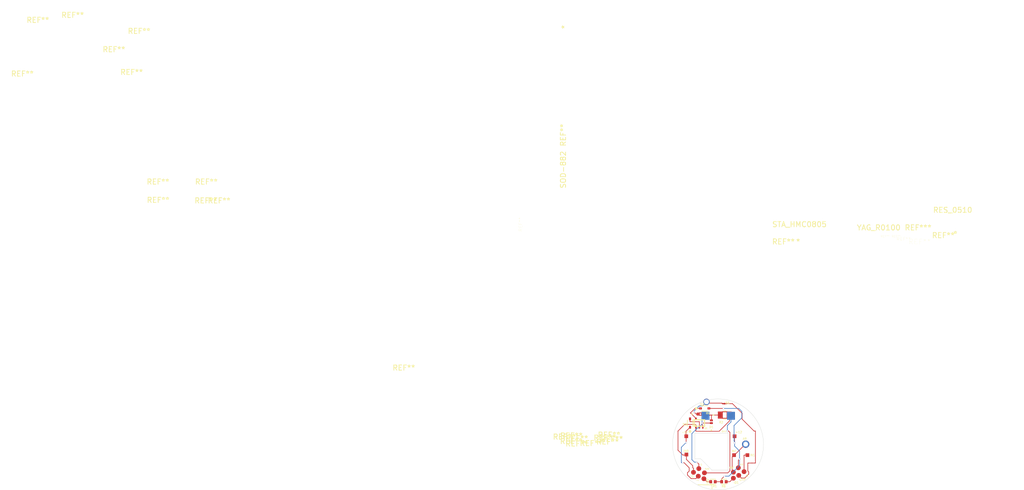
<source format=kicad_pcb>
(kicad_pcb (version 20171130) (host pcbnew "(5.1.5)-3")

  (general
    (thickness 1.6)
    (drawings 35)
    (tracks 152)
    (zones 0)
    (modules 31)
    (nets 1)
  )

  (page A4)
  (layers
    (0 F.Cu signal)
    (31 B.Cu signal)
    (32 B.Adhes user)
    (33 F.Adhes user)
    (34 B.Paste user)
    (35 F.Paste user)
    (36 B.SilkS user)
    (37 F.SilkS user)
    (38 B.Mask user)
    (39 F.Mask user)
    (40 Dwgs.User user)
    (41 Cmts.User user)
    (42 Eco1.User user)
    (43 Eco2.User user)
    (44 Edge.Cuts user)
    (45 Margin user)
    (46 B.CrtYd user)
    (47 F.CrtYd user)
    (48 B.Fab user)
    (49 F.Fab user)
  )

  (setup
    (last_trace_width 0.25)
    (trace_clearance 0.2)
    (zone_clearance 0.508)
    (zone_45_only no)
    (trace_min 0.2)
    (via_size 0.8)
    (via_drill 0.4)
    (via_min_size 0.4)
    (via_min_drill 0.3)
    (uvia_size 0.3)
    (uvia_drill 0.1)
    (uvias_allowed no)
    (uvia_min_size 0.2)
    (uvia_min_drill 0.1)
    (edge_width 0.05)
    (segment_width 0.2)
    (pcb_text_width 0.3)
    (pcb_text_size 1.5 1.5)
    (mod_edge_width 0.12)
    (mod_text_size 1 1)
    (mod_text_width 0.15)
    (pad_size 0.9 0.9)
    (pad_drill 0.9)
    (pad_to_mask_clearance 0.051)
    (solder_mask_min_width 0.25)
    (aux_axis_origin 0 0)
    (grid_origin 150.114 108.726)
    (visible_elements 7FFFFFFF)
    (pcbplotparams
      (layerselection 0x010fc_ffffffff)
      (usegerberextensions false)
      (usegerberattributes false)
      (usegerberadvancedattributes false)
      (creategerberjobfile false)
      (excludeedgelayer true)
      (linewidth 0.100000)
      (plotframeref false)
      (viasonmask false)
      (mode 1)
      (useauxorigin false)
      (hpglpennumber 1)
      (hpglpenspeed 20)
      (hpglpendiameter 15.000000)
      (psnegative false)
      (psa4output false)
      (plotreference true)
      (plotvalue true)
      (plotinvisibletext false)
      (padsonsilk false)
      (subtractmaskfromsilk false)
      (outputformat 1)
      (mirror false)
      (drillshape 1)
      (scaleselection 1)
      (outputdirectory ""))
  )

  (net 0 "")

  (net_class Default "This is the default net class."
    (clearance 0.2)
    (trace_width 0.25)
    (via_dia 0.8)
    (via_drill 0.4)
    (uvia_dia 0.3)
    (uvia_drill 0.1)
  )

  (module AD8627:SC70 (layer F.Cu) (tedit 5E56E8BD) (tstamp 5E5F37A5)
    (at 146.558 96.012)
    (descr "<b>Mini Small Outline Package</b> Grid 0.5mm")
    (fp_text reference REF** (at 41.91 -34.544 180) (layer F.SilkS)
      (effects (font (size 1.000866 1.000866) (thickness 0.015)))
    )
    (fp_text value SC70 (at 46.228 -34.544 180) (layer F.Fab)
      (effects (font (size 1.001173 1.001173) (thickness 0.015)))
    )
    (fp_circle (center -0.7874 0.4064) (end -0.7574 0.4064) (layer F.SilkS) (width 0.12))
    (fp_poly (pts (xy -0.5207 -0.7366) (xy -0.770525 -0.7366) (xy -0.770525 -1.0146) (xy -0.520551 -1.0146)) (layer F.Fab) (width 0.01))
    (fp_poly (pts (xy 0.774551 -0.7366) (xy 0.524726 -0.7366) (xy 0.524726 -1.0146) (xy 0.7747 -1.0146)) (layer F.Fab) (width 0.01))
    (fp_poly (pts (xy -0.774551 0.7239) (xy -0.524726 0.7239) (xy -0.524726 1.0019) (xy -0.7747 1.0019)) (layer F.Fab) (width 0.01))
    (fp_poly (pts (xy -0.126851 0.7253) (xy 0.122974 0.7253) (xy 0.122974 1.0033) (xy -0.127 1.0033)) (layer F.Fab) (width 0.01))
    (fp_line (start -1 -0.625) (end -1 0.625) (layer F.SilkS) (width 0.2))
    (fp_poly (pts (xy 0.520849 0.7253) (xy 0.770674 0.7253) (xy 0.770674 1.0033) (xy 0.5207 1.0033)) (layer F.Fab) (width 0.01))
    (fp_line (start 1 0.625) (end -1 0.625) (layer F.SilkS) (width 0.2))
    (fp_line (start 1 -0.625) (end 1 0.625) (layer F.SilkS) (width 0.2))
    (fp_line (start -1 -0.625) (end 1 -0.625) (layer F.SilkS) (width 0.2))
    (pad 5 smd rect (at -0.65 -0.87 180) (size 0.3 0.36) (layers F.Cu F.Paste F.Mask))
    (pad 4 smd rect (at 0.65 -0.87 180) (size 0.3 0.36) (layers F.Cu F.Paste F.Mask))
    (pad 1 smd rect (at -0.65 0.87) (size 0.3 0.36) (layers F.Cu F.Paste F.Mask))
    (pad 2 smd rect (at 0 0.87) (size 0.3 0.36) (layers F.Cu F.Paste F.Mask))
    (pad 3 smd rect (at 0.65 0.87) (size 0.3 0.36) (layers F.Cu F.Paste F.Mask))
  )

  (module R2:HMC0805JT500M (layer F.Cu) (tedit 5E58516A) (tstamp 5E5F1CE3)
    (at 151.384 94.488)
    (fp_text reference REF** (at 11.176 -33.02) (layer F.SilkS)
      (effects (font (size 1 1) (thickness 0.15)))
    )
    (fp_text value STA_HMC0805 (at 14.224 -36.322) (layer F.SilkS)
      (effects (font (size 1 1) (thickness 0.15)))
    )
    (fp_circle (center -2.1431 0) (end -2.0669 0) (layer F.SilkS) (width 0.1524))
    (fp_circle (center -0.7731 0) (end -0.6969 0) (layer F.Fab) (width 0.1524))
    (fp_line (start -0.4445 0.6223) (end -0.4445 -0.6223) (layer F.Cu) (width 0.1524))
    (fp_line (start 0.4445 0.6223) (end -0.4445 0.6223) (layer F.Cu) (width 0.1524))
    (fp_line (start 0.4445 -0.6223) (end 0.4445 0.6223) (layer F.Cu) (width 0.1524))
    (fp_line (start -0.4445 -0.6223) (end 0.4445 -0.6223) (layer F.Cu) (width 0.1524))
    (fp_line (start 1.5589 0.9271) (end -1.5589 0.9271) (layer F.CrtYd) (width 0.1524))
    (fp_line (start 1.5589 -0.9271) (end 1.5589 0.9271) (layer F.CrtYd) (width 0.1524))
    (fp_line (start -1.5589 -0.9271) (end 1.5589 -0.9271) (layer F.CrtYd) (width 0.1524))
    (fp_line (start -1.5589 0.9271) (end -1.5589 -0.9271) (layer F.CrtYd) (width 0.1524))
    (fp_line (start -1.1049 -0.6731) (end -1.1049 0.6731) (layer F.Fab) (width 0.1524))
    (fp_line (start 1.1049 -0.6731) (end -1.1049 -0.6731) (layer F.Fab) (width 0.1524))
    (fp_line (start 1.1049 0.6731) (end 1.1049 -0.6731) (layer F.Fab) (width 0.1524))
    (fp_line (start -1.1049 0.6731) (end 1.1049 0.6731) (layer F.Fab) (width 0.1524))
    (fp_line (start 0.18775 -0.8001) (end -0.18775 -0.8001) (layer F.SilkS) (width 0.1524))
    (fp_line (start -0.18775 0.8001) (end 0.18775 0.8001) (layer F.SilkS) (width 0.1524))
    (fp_line (start 1.1049 -0.6731) (end 0.4953 -0.6731) (layer F.Fab) (width 0.1524))
    (fp_line (start 1.1049 0.6731) (end 1.1049 -0.6731) (layer F.Fab) (width 0.1524))
    (fp_line (start 0.4953 0.6731) (end 1.1049 0.6731) (layer F.Fab) (width 0.1524))
    (fp_line (start 0.4953 -0.6731) (end 0.4953 0.6731) (layer F.Fab) (width 0.1524))
    (fp_line (start -1.1049 0.6731) (end -0.4953 0.6731) (layer F.Fab) (width 0.1524))
    (fp_line (start -1.1049 -0.6731) (end -1.1049 0.6731) (layer F.Fab) (width 0.1524))
    (fp_line (start -0.4953 -0.6731) (end -1.1049 -0.6731) (layer F.Fab) (width 0.1524))
    (fp_line (start -0.4953 0.6731) (end -0.4953 -0.6731) (layer F.Fab) (width 0.1524))
    (fp_text user 0.039in/0.991mm (at 16.002 -34.544) (layer Dwgs.User)
      (effects (font (size 1 1) (thickness 0.15)))
    )
    (fp_text user 0.103in/2.61mm (at 15.494 -39.878) (layer Dwgs.User)
      (effects (font (size 1 1) (thickness 0.15)))
    )
    (fp_text user 0.053in/1.346mm (at 15.748 -38.1) (layer Dwgs.User)
      (effects (font (size 1 1) (thickness 0.15)))
    )
    (fp_text user * (at 13.97 -33.02) (layer F.Fab)
      (effects (font (size 1 1) (thickness 0.15)))
    )
    (fp_text user * (at 13.97 -33.02) (layer F.SilkS)
      (effects (font (size 1 1) (thickness 0.15)))
    )
    (fp_text user "Copyright 2016 Accelerated Designs. All rights reserved." (at 23.114 -36.068) (layer Cmts.User)
      (effects (font (size 0.127 0.127) (thickness 0.002)))
    )
    (pad 2 smd rect (at 0.9001 0) (size 0.8096 1.3462) (layers F.Cu F.Paste F.Mask))
    (pad 1 smd rect (at -0.9001 0) (size 0.8096 1.3462) (layers F.Cu F.Paste F.Mask))
  )

  (module Rectangular_exp_Cu:simple_pad (layer F.Cu) (tedit 5E61663B) (tstamp 5E616828)
    (at 150.2664 94.629)
    (fp_text reference REF** (at -59.944 -9.144) (layer F.SilkS)
      (effects (font (size 1 1) (thickness 0.15)))
    )
    (fp_text value simple_pad (at -57.404 -10.922) (layer F.Fab)
      (effects (font (size 1 1) (thickness 0.15)))
    )
    (pad 2 smd rect (at 2.31 0) (size 1.524 1.524) (layers B.Cu))
    (pad 1 smd rect (at -2.54 0) (size 1.524 1.524) (layers B.Cu))
  )

  (module TVS_Diode:DF2B5M4CT (layer F.Cu) (tedit 5E584D13) (tstamp 5E5F2DAA)
    (at 148.844 95.758 90)
    (fp_text reference REF** (at 54.61 -28.194 90) (layer F.SilkS)
      (effects (font (size 1 1) (thickness 0.15)))
    )
    (fp_text value SOD-882 (at 48.006 -28.194 90) (layer F.SilkS)
      (effects (font (size 1 1) (thickness 0.15)))
    )
    (fp_circle (center -1.6002 0) (end -1.524 0) (layer F.SilkS) (width 0.1524))
    (fp_circle (center 0 0) (end 0.0762 0) (layer F.Fab) (width 0.1524))
    (fp_line (start -0.7747 0.5334) (end -0.7747 0.5334) (layer F.CrtYd) (width 0.1524))
    (fp_line (start -0.7747 0.5588) (end -0.7747 0.5334) (layer F.CrtYd) (width 0.1524))
    (fp_line (start 0.7747 0.5588) (end -0.7747 0.5588) (layer F.CrtYd) (width 0.1524))
    (fp_line (start 0.7747 0.5334) (end 0.7747 0.5588) (layer F.CrtYd) (width 0.1524))
    (fp_line (start 0.7747 0.5334) (end 0.7747 0.5334) (layer F.CrtYd) (width 0.1524))
    (fp_line (start 0.7747 -0.5334) (end 0.7747 0.5334) (layer F.CrtYd) (width 0.1524))
    (fp_line (start 0.7747 -0.5334) (end 0.7747 -0.5334) (layer F.CrtYd) (width 0.1524))
    (fp_line (start 0.7747 -0.5588) (end 0.7747 -0.5334) (layer F.CrtYd) (width 0.1524))
    (fp_line (start -0.7747 -0.5588) (end 0.7747 -0.5588) (layer F.CrtYd) (width 0.1524))
    (fp_line (start -0.7747 -0.5334) (end -0.7747 -0.5588) (layer F.CrtYd) (width 0.1524))
    (fp_line (start -0.7747 -0.5334) (end -0.7747 -0.5334) (layer F.CrtYd) (width 0.1524))
    (fp_line (start -0.7747 0.5334) (end -0.7747 -0.5334) (layer F.CrtYd) (width 0.1524))
    (fp_line (start -0.5207 -0.3048) (end -0.5207 0.3048) (layer F.Fab) (width 0.1524))
    (fp_line (start 0.5207 -0.3048) (end -0.5207 -0.3048) (layer F.Fab) (width 0.1524))
    (fp_line (start 0.5207 0.3048) (end 0.5207 -0.3048) (layer F.Fab) (width 0.1524))
    (fp_line (start -0.5207 0.3048) (end 0.5207 0.3048) (layer F.Fab) (width 0.1524))
    (fp_text user 0.014in/0.356mm (at 66.802 -27.432 90) (layer Dwgs.User)
      (effects (font (size 1 1) (thickness 0.15)))
    )
    (fp_text user 0.022in/0.559mm (at 51.308 -26.67 90) (layer Dwgs.User)
      (effects (font (size 1 1) (thickness 0.15)))
    )
    (fp_text user * (at 74.422 -27.686 90) (layer F.Fab)
      (effects (font (size 1 1) (thickness 0.15)))
    )
    (fp_text user * (at 75.184 -27.94 90) (layer F.SilkS)
      (effects (font (size 1 1) (thickness 0.15)))
    )
    (fp_text user "Copyright 2016 Accelerated Designs. All rights reserved." (at 67.31 -26.924 90) (layer Cmts.User)
      (effects (font (size 0.127 0.127) (thickness 0.002)))
    )
    (pad 2 smd rect (at 0.2667 0 90) (size 0.3556 0.5588) (layers F.Cu F.Paste F.Mask))
    (pad 1 smd rect (at -0.2667 0 90) (size 0.3556 0.5588) (layers F.Cu F.Paste F.Mask))
  )

  (module 1N4148WT:SODFL1608X70N (layer F.Cu) (tedit 5E58434E) (tstamp 5E5F3376)
    (at 147.574 93.218)
    (fp_text reference REF** (at 37.846 -32.258) (layer F.SilkS)
      (effects (font (size 0.64 0.64) (thickness 0.015)))
    )
    (fp_text value SODFL1608X70N (at 31.242 -30.734) (layer F.Fab)
      (effects (font (size 0.64 0.64) (thickness 0.015)))
    )
    (fp_line (start 0.6 0.515) (end -0.6 0.515) (layer F.SilkS) (width 0.127))
    (fp_circle (center -1.6 0) (end -1.55 0) (layer F.Fab) (width 0.2))
    (fp_line (start 0.65 0.45) (end -0.65 0.45) (layer F.Fab) (width 0.127))
    (fp_line (start -0.65 -0.45) (end 0.65 -0.45) (layer F.Fab) (width 0.127))
    (fp_line (start -1.315 0.6) (end -1.315 -0.6) (layer F.CrtYd) (width 0.05))
    (fp_line (start 1.315 0.6) (end -1.315 0.6) (layer F.CrtYd) (width 0.05))
    (fp_line (start 1.315 -0.6) (end 1.315 0.6) (layer F.CrtYd) (width 0.05))
    (fp_line (start -1.315 -0.6) (end 1.315 -0.6) (layer F.CrtYd) (width 0.05))
    (fp_circle (center -1.6 0) (end -1.55 0) (layer F.SilkS) (width 0.2))
    (fp_line (start -0.65 0.45) (end -0.65 -0.45) (layer F.Fab) (width 0.127))
    (fp_line (start 0.65 -0.45) (end 0.65 0.45) (layer F.Fab) (width 0.127))
    (fp_line (start -0.6 -0.515) (end 0.6 -0.515) (layer F.SilkS) (width 0.127))
    (pad A smd rect (at 0.8 0) (size 0.53 0.4) (layers F.Cu F.Paste F.Mask))
    (pad C smd rect (at -0.8 0) (size 0.53 0.4) (layers F.Cu F.Paste F.Mask))
  )

  (module Rectangular_exp_Cu:through_hole_Cu (layer F.Cu) (tedit 5E6160B6) (tstamp 5E5F4AA6)
    (at 148.209 92.47)
    (fp_text reference REF** (at -120.904 -74.168) (layer F.SilkS)
      (effects (font (size 1 1) (thickness 0.15)))
    )
    (fp_text value through_hole_Cu (at -118.872 -76.2) (layer F.Fab)
      (effects (font (size 1 1) (thickness 0.15)))
    )
    (pad 1 thru_hole circle (at -0.294 -0.4914) (size 1.2 1.2) (drill 0.9) (layers *.Mask F.Cu))
  )

  (module R3:RC0100JR-0710KL (layer F.Cu) (tedit 5E5851A4) (tstamp 5E5F20D3)
    (at 151.3078 92.3176)
    (fp_text reference REF** (at 36.4998 -33.528) (layer F.SilkS)
      (effects (font (size 1 1) (thickness 0.15)))
    )
    (fp_text value YAG_R0100 (at 29.3878 -33.528) (layer F.SilkS)
      (effects (font (size 1 1) (thickness 0.15)))
    )
    (fp_text user "Copyright 2016 Accelerated Designs. All rights reserved." (at 30.6578 -32.766) (layer Cmts.User)
      (effects (font (size 0.127 0.127) (thickness 0.002)))
    )
    (fp_text user * (at 39.0398 -33.528) (layer F.SilkS)
      (effects (font (size 1 1) (thickness 0.15)))
    )
    (fp_text user * (at 39.0398 -33.528) (layer F.Fab)
      (effects (font (size 1 1) (thickness 0.15)))
    )
    (fp_text user 0.009in/0.229mm (at 31.9278 -36.576) (layer Dwgs.User)
      (effects (font (size 1 1) (thickness 0.15)))
    )
    (fp_text user 0.033in/0.832mm (at 31.9278 -35.052) (layer Dwgs.User)
      (effects (font (size 1 1) (thickness 0.15)))
    )
    (fp_text user 0.007in/0.178mm (at 31.9278 -38.1) (layer Dwgs.User)
      (effects (font (size 1 1) (thickness 0.15)))
    )
    (fp_line (start -0.0889 0.1143) (end -0.0889 -0.1143) (layer F.Fab) (width 0.1524))
    (fp_line (start -0.0889 -0.1143) (end -0.2159 -0.1143) (layer F.Fab) (width 0.1524))
    (fp_line (start -0.2159 -0.1143) (end -0.2159 0.1143) (layer F.Fab) (width 0.1524))
    (fp_line (start -0.2159 0.1143) (end -0.0889 0.1143) (layer F.Fab) (width 0.1524))
    (fp_line (start 0.0889 -0.1143) (end 0.0889 0.1143) (layer F.Fab) (width 0.1524))
    (fp_line (start 0.0889 0.1143) (end 0.2159 0.1143) (layer F.Fab) (width 0.1524))
    (fp_line (start 0.2159 0.1143) (end 0.2159 -0.1143) (layer F.Fab) (width 0.1524))
    (fp_line (start 0.2159 -0.1143) (end 0.0889 -0.1143) (layer F.Fab) (width 0.1524))
    (fp_line (start -0.2159 0.1143) (end 0.2159 0.1143) (layer F.Fab) (width 0.1524))
    (fp_line (start 0.2159 0.1143) (end 0.2159 -0.1143) (layer F.Fab) (width 0.1524))
    (fp_line (start 0.2159 -0.1143) (end -0.2159 -0.1143) (layer F.Fab) (width 0.1524))
    (fp_line (start -0.2159 -0.1143) (end -0.2159 0.1143) (layer F.Fab) (width 0.1524))
    (fp_line (start -0.6699 0.3683) (end -0.6699 -0.3683) (layer F.CrtYd) (width 0.1524))
    (fp_line (start -0.6699 -0.3683) (end 0.6699 -0.3683) (layer F.CrtYd) (width 0.1524))
    (fp_line (start 0.6699 -0.3683) (end 0.6699 0.3683) (layer F.CrtYd) (width 0.1524))
    (fp_line (start 0.6699 0.3683) (end -0.6699 0.3683) (layer F.CrtYd) (width 0.1524))
    (fp_line (start -0.0381 -0.0635) (end 0.0381 -0.0635) (layer F.Cu) (width 0.1524))
    (fp_line (start 0.0381 -0.0635) (end 0.0381 0.0635) (layer F.Cu) (width 0.1524))
    (fp_line (start 0.0381 0.0635) (end -0.0381 0.0635) (layer F.Cu) (width 0.1524))
    (fp_line (start -0.0381 0.0635) (end -0.0381 -0.0635) (layer F.Cu) (width 0.1524))
    (pad 1 smd rect (at -0.2524 0) (size 0.327 0.2286) (layers F.Cu F.Paste F.Mask))
    (pad 2 smd rect (at 0.2524 0) (size 0.327 0.2286) (layers F.Cu F.Paste F.Mask))
  )

  (module Rectangular_exp_Cu:Rect_Exp_Cu (layer F.Cu) (tedit 5E5ED3C0) (tstamp 5E5F46B8)
    (at 153.162 102.108)
    (fp_text reference REF** (at -100.5205 -48.4632) (layer F.SilkS)
      (effects (font (size 1 1) (thickness 0.15)))
    )
    (fp_text value Rect_Exp_Cu (at -100.3173 -48.4632) (layer F.Fab)
      (effects (font (size 1 1) (thickness 0.15)))
    )
    (pad 1 smd rect (at 0 0.0127) (size 0.7 0.7) (layers F.Cu F.Paste F.Mask))
  )

  (module Rectangular_exp_Cu:through_hole_Cu (layer F.Cu) (tedit 5E61609C) (tstamp 5E5F4914)
    (at 156.0678 99.0092)
    (fp_text reference REF** (at -120.904 -74.168) (layer F.SilkS)
      (effects (font (size 1 1) (thickness 0.15)))
    )
    (fp_text value through_hole_Cu (at -118.872 -76.2) (layer F.Fab)
      (effects (font (size 1 1) (thickness 0.15)))
    )
    (pad 1 thru_hole circle (at -0.696 1.03) (size 1.4 1.4) (drill 0.9) (layers *.Mask F.Cu))
  )

  (module Exposed_Cu:Circular_Exp_Cu (layer F.Cu) (tedit 5E61410F) (tstamp 5E5F415E)
    (at 152.885 106.7302)
    (fp_text reference REF** (at -26.924 -6.858) (layer F.SilkS)
      (effects (font (size 1 1) (thickness 0.15)))
    )
    (fp_text value Circular_Exp_Cu (at -20.7518 -8.5344) (layer F.Fab)
      (effects (font (size 1 1) (thickness 0.15)))
    )
    (pad 1 smd circle (at 0.15 -0.214) (size 0.91 0.91) (layers F.Cu F.Paste F.Mask))
  )

  (module R1:RESC1005X40 (layer F.Cu) (tedit 5E582088) (tstamp 5E5F3E2F)
    (at 151.2316 107.188)
    (fp_text reference REF** (at 32.766 -46.736) (layer F.SilkS)
      (effects (font (size 0.39424 0.39424) (thickness 0.015)))
    )
    (fp_text value RESC1005X40 (at 28.956 -46.228) (layer F.Fab)
      (effects (font (size 0.394728 0.394728) (thickness 0.015)))
    )
    (fp_line (start -0.5 -0.25) (end 0.5 -0.25) (layer F.Fab) (width 0.127))
    (fp_line (start 0.5 -0.25) (end 0.5 0.25) (layer F.Fab) (width 0.127))
    (fp_line (start 0.5 0.25) (end -0.5 0.25) (layer F.Fab) (width 0.127))
    (fp_line (start -0.5 0.25) (end -0.5 -0.25) (layer F.Fab) (width 0.127))
    (fp_poly (pts (xy -0.501151 -0.25) (xy -0.25 -0.25) (xy -0.25 0.250575) (xy -0.501151 0.250575)) (layer F.Fab) (width 0.01))
    (fp_poly (pts (xy 0.250361 -0.25) (xy 0.5 -0.25) (xy 0.5 0.250361) (xy 0.250361 0.250361)) (layer F.Fab) (width 0.01))
    (fp_line (start -0.5 -0.48) (end 0.5 -0.48) (layer F.SilkS) (width 0.127))
    (fp_line (start -0.5 0.48) (end 0.5 0.48) (layer F.SilkS) (width 0.127))
    (fp_line (start -1 -0.75) (end 1 -0.75) (layer F.CrtYd) (width 0.05))
    (fp_line (start 1 -0.75) (end 1 0.75) (layer F.CrtYd) (width 0.05))
    (fp_line (start 1 0.75) (end -1 0.75) (layer F.CrtYd) (width 0.05))
    (fp_line (start -1 0.75) (end -1 -0.75) (layer F.CrtYd) (width 0.05))
    (pad 1 smd rect (at -0.43 0) (size 0.54 0.6) (layers F.Cu F.Paste F.Mask))
    (pad 2 smd rect (at 0.43 0) (size 0.54 0.6) (layers F.Cu F.Paste F.Mask))
  )

  (module R1:RESC1005X40 (layer F.Cu) (tedit 5E582088) (tstamp 5E5F3DA0)
    (at 149.1488 107.188)
    (fp_text reference REF** (at 32.766 -46.736) (layer F.SilkS)
      (effects (font (size 0.39424 0.39424) (thickness 0.015)))
    )
    (fp_text value RESC1005X40 (at 28.956 -46.228) (layer F.Fab)
      (effects (font (size 0.394728 0.394728) (thickness 0.015)))
    )
    (fp_line (start -1 0.75) (end -1 -0.75) (layer F.CrtYd) (width 0.05))
    (fp_line (start 1 0.75) (end -1 0.75) (layer F.CrtYd) (width 0.05))
    (fp_line (start 1 -0.75) (end 1 0.75) (layer F.CrtYd) (width 0.05))
    (fp_line (start -1 -0.75) (end 1 -0.75) (layer F.CrtYd) (width 0.05))
    (fp_line (start -0.5 0.48) (end 0.5 0.48) (layer F.SilkS) (width 0.127))
    (fp_line (start -0.5 -0.48) (end 0.5 -0.48) (layer F.SilkS) (width 0.127))
    (fp_poly (pts (xy 0.250361 -0.25) (xy 0.5 -0.25) (xy 0.5 0.250361) (xy 0.250361 0.250361)) (layer F.Fab) (width 0.01))
    (fp_poly (pts (xy -0.501151 -0.25) (xy -0.25 -0.25) (xy -0.25 0.250575) (xy -0.501151 0.250575)) (layer F.Fab) (width 0.01))
    (fp_line (start -0.5 0.25) (end -0.5 -0.25) (layer F.Fab) (width 0.127))
    (fp_line (start 0.5 0.25) (end -0.5 0.25) (layer F.Fab) (width 0.127))
    (fp_line (start 0.5 -0.25) (end 0.5 0.25) (layer F.Fab) (width 0.127))
    (fp_line (start -0.5 -0.25) (end 0.5 -0.25) (layer F.Fab) (width 0.127))
    (pad 2 smd rect (at 0.43 0) (size 0.54 0.6) (layers F.Cu F.Paste F.Mask))
    (pad 1 smd rect (at -0.43 0) (size 0.54 0.6) (layers F.Cu F.Paste F.Mask))
  )

  (module Exposed_Cu:Circular_Exp_Cu (layer F.Cu) (tedit 5E603B98) (tstamp 5E5F42AB)
    (at 147.8032 105.8182)
    (fp_text reference REF** (at -24.5364 -6.8707) (layer F.SilkS)
      (effects (font (size 1 1) (thickness 0.15)))
    )
    (fp_text value Circular_Exp_Cu (at -20.7518 -8.5344) (layer F.Fab)
      (effects (font (size 1 1) (thickness 0.15)))
    )
    (pad 1 smd circle (at -0.28 -0.318) (size 0.91 0.91) (layers F.Cu F.Paste F.Mask))
  )

  (module Exposed_Cu:Circular_Exp_Cu (layer F.Cu) (tedit 5E6142B5) (tstamp 5E5F4399)
    (at 146.7268 106.3562)
    (fp_text reference REF** (at -24.5364 -6.8707) (layer F.SilkS)
      (effects (font (size 1 1) (thickness 0.15)))
    )
    (fp_text value Circular_Exp_Cu (at -20.7518 -8.5344) (layer F.Fab)
      (effects (font (size 1 1) (thickness 0.15)))
    )
    (pad 1 smd circle (at -0.372 -0.221) (size 0.91 0.91) (layers F.Cu F.Paste F.Mask))
  )

  (module Exposed_Cu:Circular_Exp_Cu (layer F.Cu) (tedit 5E614658) (tstamp 5E5F43D1)
    (at 145.3786 105.5118)
    (fp_text reference REF** (at -24.5364 -6.8707) (layer F.SilkS)
      (effects (font (size 1 1) (thickness 0.15)))
    )
    (fp_text value Circular_Exp_Cu (at -20.7518 -8.5344) (layer F.Fab)
      (effects (font (size 1 1) (thickness 0.15)))
    )
    (pad 1 smd circle (at 0.0618 -0.1132) (size 0.91 0.91) (layers F.Cu F.Paste F.Mask))
  )

  (module Exposed_Cu:Circular_Exp_Cu (layer F.Cu) (tedit 5E614485) (tstamp 5E5F4388)
    (at 146.7554 105.2854)
    (fp_text reference REF** (at -24.5364 -6.8707) (layer F.SilkS)
      (effects (font (size 1 1) (thickness 0.15)))
    )
    (fp_text value Circular_Exp_Cu (at -20.7518 -8.5344) (layer F.Fab)
      (effects (font (size 1 1) (thickness 0.15)))
    )
    (pad 1 smd circle (at -0.299 -0.598) (size 0.91 0.91) (layers F.Cu F.Paste F.Mask))
  )

  (module Rectangular_exp_Cu:through_hole_Cu (layer F.Cu) (tedit 5E6A8CBA) (tstamp 5E600D7E)
    (at 160.8582 95.518)
    (fp_text reference REF** (at -120.904 -74.168) (layer F.SilkS)
      (effects (font (size 1 1) (thickness 0.15)))
    )
    (fp_text value through_hole_Cu (at -118.872 -76.2) (layer F.Fab)
      (effects (font (size 1 1) (thickness 0.15)))
    )
    (pad "" np_thru_hole circle (at -4.2158 -0.249) (size 0.9 0.9) (drill 0.9) (layers *.Cu *.Mask))
  )

  (module Exposed_Cu:Circular_Exp_Cu (layer F.Cu) (tedit 5E6142A4) (tstamp 5E5F4421)
    (at 153.645 106.4578)
    (fp_text reference REF** (at -24.5364 -6.8707) (layer F.SilkS)
      (effects (font (size 1 1) (thickness 0.15)))
    )
    (fp_text value Circular_Exp_Cu (at -20.7518 -8.5344) (layer F.Fab)
      (effects (font (size 1 1) (thickness 0.15)))
    )
    (pad 1 smd circle (at 0.406 -0.475) (size 0.91 0.91) (layers F.Cu F.Paste F.Mask))
  )

  (module Exposed_Cu:Circular_Exp_Cu (layer F.Cu) (tedit 5E614500) (tstamp 5E5F44B9)
    (at 153.9228 105.133)
    (fp_text reference REF** (at -24.5364 -6.8707) (layer F.SilkS)
      (effects (font (size 1 1) (thickness 0.15)))
    )
    (fp_text value Circular_Exp_Cu (at -27.432 -8.382) (layer F.Fab)
      (effects (font (size 1 1) (thickness 0.15)))
    )
    (pad 1 smd circle (at 0.052 -0.598) (size 0.91 0.91) (layers F.Cu F.Paste F.Mask))
  )

  (module Rectangular_exp_Cu:through_hole_Cu (layer F.Cu) (tedit 5E6A8C1B) (tstamp 5E5F4CA0)
    (at 159.4358 103.3412)
    (fp_text reference REF** (at -120.904 -74.168) (layer F.SilkS)
      (effects (font (size 1 1) (thickness 0.15)))
    )
    (fp_text value through_hole_Cu (at -118.872 -76.2) (layer F.Fab)
      (effects (font (size 1 1) (thickness 0.15)))
    )
    (pad "" np_thru_hole circle (at -2.7934 1.3806) (size 0.9 0.9) (drill 0.9) (layers *.Cu *.Mask))
  )

  (module Rectangular_exp_Cu:through_hole_Cu (layer F.Cu) (tedit 5E6A8CFC) (tstamp 5E5F4C98)
    (at 138.6332 103.6484)
    (fp_text reference REF** (at -120.904 -74.168) (layer F.SilkS)
      (effects (font (size 1 1) (thickness 0.15)))
    )
    (fp_text value through_hole_Cu (at -118.872 -76.2) (layer F.Fab)
      (effects (font (size 1 1) (thickness 0.15)))
    )
    (pad "" np_thru_hole circle (at 5.1562 1.166) (size 0.9 0.9) (drill 0.9) (layers *.Cu *.Mask))
  )

  (module Rectangular_exp_Cu:through_hole_Cu (layer F.Cu) (tedit 5E6A8CC1) (tstamp 5E5F4C48)
    (at 141.5832 93.4162)
    (fp_text reference REF** (at -120.904 -74.168) (layer F.SilkS)
      (effects (font (size 1 1) (thickness 0.15)))
    )
    (fp_text value through_hole_Cu (at -118.872 -76.2) (layer F.Fab)
      (effects (font (size 1 1) (thickness 0.15)))
    )
    (pad "" np_thru_hole circle (at 2.2062 1.8528) (size 0.9 0.9) (drill 0.9) (layers *.Cu *.Mask))
  )

  (module Rectangular_exp_Cu:Rect_Exp_Cu (layer F.Cu) (tedit 5E5ED3C0) (tstamp 5E5F479B)
    (at 144.0688 98.5152)
    (fp_text reference REF** (at -100.5205 -48.4632) (layer F.SilkS)
      (effects (font (size 1 1) (thickness 0.15)))
    )
    (fp_text value Rect_Exp_Cu (at -100.3173 -48.4632) (layer F.Fab)
      (effects (font (size 1 1) (thickness 0.15)))
    )
    (pad 1 smd rect (at 0 0.0127) (size 0.7 0.7) (layers F.Cu F.Paste F.Mask))
  )

  (module Rectangular_exp_Cu:Rect_Exp_Cu (layer F.Cu) (tedit 5E5ED3C0) (tstamp 5E5F4759)
    (at 144.0942 101.995)
    (fp_text reference REF** (at -100.5205 -48.4632) (layer F.SilkS)
      (effects (font (size 1 1) (thickness 0.15)))
    )
    (fp_text value Rect_Exp_Cu (at -100.3173 -48.4632) (layer F.Fab)
      (effects (font (size 1 1) (thickness 0.15)))
    )
    (pad 1 smd rect (at 0 0.0127) (size 0.7 0.7) (layers F.Cu F.Paste F.Mask))
  )

  (module Rectangular_exp_Cu:Rect_Exp_Cu (layer F.Cu) (tedit 5E5ED3C0) (tstamp 5E5F4714)
    (at 153.2636 98.5152)
    (fp_text reference REF** (at -100.5205 -48.4632) (layer F.SilkS)
      (effects (font (size 1 1) (thickness 0.15)))
    )
    (fp_text value Rect_Exp_Cu (at -100.3173 -48.4632) (layer F.Fab)
      (effects (font (size 1 1) (thickness 0.15)))
    )
    (pad 1 smd rect (at 0 0.0127) (size 0.7 0.7) (layers F.Cu F.Paste F.Mask))
  )

  (module Rectangular_exp_Cu:Rect_Exp_Cu (layer F.Cu) (tedit 5E5ED3C0) (tstamp 5E5F46F1)
    (at 155.702 102.108)
    (fp_text reference REF** (at -100.5205 -48.4632) (layer F.SilkS)
      (effects (font (size 1 1) (thickness 0.15)))
    )
    (fp_text value Rect_Exp_Cu (at -100.3173 -48.4632) (layer F.Fab)
      (effects (font (size 1 1) (thickness 0.15)))
    )
    (pad 1 smd rect (at 0 0.0127) (size 0.7 0.7) (layers F.Cu F.Paste F.Mask))
  )

  (module Exposed_Cu:Circular_Exp_Cu (layer F.Cu) (tedit 5E6144F1) (tstamp 5E5F44A7)
    (at 153.1263 105.6912)
    (fp_text reference REF** (at -24.5364 -6.8707) (layer F.SilkS)
      (effects (font (size 1 1) (thickness 0.15)))
    )
    (fp_text value Circular_Exp_Cu (at -20.7518 -8.5344) (layer F.Fab)
      (effects (font (size 1 1) (thickness 0.15)))
    )
    (pad 1 smd circle (at -0.0913 -0.318) (size 0.91 0.91) (layers F.Cu F.Paste F.Mask))
  )

  (module Exposed_Cu:Circular_Exp_Cu (layer F.Cu) (tedit 5E614650) (tstamp 5E5F4471)
    (at 154.431 105.9296)
    (fp_text reference REF** (at -24.5364 -6.8707) (layer F.SilkS)
      (effects (font (size 1 1) (thickness 0.15)))
    )
    (fp_text value Circular_Exp_Cu (at -20.7518 -8.5344) (layer F.Fab)
      (effects (font (size 1 1) (thickness 0.15)))
    )
    (pad 1 smd circle (at 0.636 -0.658) (size 0.91 0.91) (layers F.Cu F.Paste F.Mask))
  )

  (module Exposed_Cu:Circular_Exp_Cu (layer F.Cu) (tedit 5E61411C) (tstamp 5E5F4195)
    (at 147.7676 106.8318)
    (fp_text reference REF** (at -24.5364 -6.8707) (layer F.SilkS)
      (effects (font (size 1 1) (thickness 0.15)))
    )
    (fp_text value Circular_Exp_Cu (at -20.7518 -8.5344) (layer F.Fab)
      (effects (font (size 1 1) (thickness 0.15)))
    )
    (pad 1 smd circle (at -0.346 -0.214) (size 0.91 0.91) (layers F.Cu F.Paste F.Mask))
  )

  (module 1N4148WT:SODFL1608X70N (layer F.Cu) (tedit 5E58434E) (tstamp 5E5F3956)
    (at 144.78 96.012 90)
    (fp_text reference REF** (at 37.846 -32.258 90) (layer F.SilkS)
      (effects (font (size 0.64 0.64) (thickness 0.015)))
    )
    (fp_text value SODFL1608X70N (at 31.242 -30.734 90) (layer F.Fab)
      (effects (font (size 0.64 0.64) (thickness 0.015)))
    )
    (fp_line (start -0.6 -0.515) (end 0.6 -0.515) (layer F.SilkS) (width 0.127))
    (fp_line (start 0.65 -0.45) (end 0.65 0.45) (layer F.Fab) (width 0.127))
    (fp_line (start -0.65 0.45) (end -0.65 -0.45) (layer F.Fab) (width 0.127))
    (fp_circle (center -1.6 0) (end -1.55 0) (layer F.SilkS) (width 0.2))
    (fp_line (start -1.315 -0.6) (end 1.315 -0.6) (layer F.CrtYd) (width 0.05))
    (fp_line (start 1.315 -0.6) (end 1.315 0.6) (layer F.CrtYd) (width 0.05))
    (fp_line (start 1.315 0.6) (end -1.315 0.6) (layer F.CrtYd) (width 0.05))
    (fp_line (start -1.315 0.6) (end -1.315 -0.6) (layer F.CrtYd) (width 0.05))
    (fp_line (start -0.65 -0.45) (end 0.65 -0.45) (layer F.Fab) (width 0.127))
    (fp_line (start 0.65 0.45) (end -0.65 0.45) (layer F.Fab) (width 0.127))
    (fp_circle (center -1.6 0) (end -1.55 0) (layer F.Fab) (width 0.2))
    (fp_line (start 0.6 0.515) (end -0.6 0.515) (layer F.SilkS) (width 0.127))
    (pad C smd rect (at -0.8 0 90) (size 0.53 0.4) (layers F.Cu F.Paste F.Mask))
    (pad A smd rect (at 0.8 0 90) (size 0.53 0.4) (layers F.Cu F.Paste F.Mask))
  )

  (module R4_new:RL0510S-1R0-F (layer F.Cu) (tedit 5E5E82F8) (tstamp 5E5F29C1)
    (at 146.7612 94.2988)
    (fp_text reference REF** (at 46.228 -34.036) (layer F.SilkS)
      (effects (font (size 1 1) (thickness 0.15)))
    )
    (fp_text value RES_0510 (at 48.006 -38.862) (layer F.SilkS)
      (effects (font (size 1 1) (thickness 0.15)))
    )
    (fp_circle (center -1.5632 0) (end -1.487 0) (layer F.SilkS) (width 0.1524))
    (fp_circle (center -0.373 0) (end -0.2968 0) (layer F.Fab) (width 0.1524))
    (fp_line (start -0.2242 0.2242) (end -0.2242 -0.2242) (layer F.Cu) (width 0.1524))
    (fp_line (start 0.2242 0.2242) (end -0.2242 0.2242) (layer F.Cu) (width 0.1524))
    (fp_line (start 0.2242 -0.2242) (end 0.2242 0.2242) (layer F.Cu) (width 0.1524))
    (fp_line (start -0.2242 -0.2242) (end 0.2242 -0.2242) (layer F.Cu) (width 0.1524))
    (fp_line (start 0.979 0.529) (end -0.979 0.529) (layer F.CrtYd) (width 0.1524))
    (fp_line (start 0.979 -0.529) (end 0.979 0.529) (layer F.CrtYd) (width 0.1524))
    (fp_line (start -0.979 -0.529) (end 0.979 -0.529) (layer F.CrtYd) (width 0.1524))
    (fp_line (start -0.979 0.529) (end -0.979 -0.529) (layer F.CrtYd) (width 0.1524))
    (fp_line (start -0.525 -0.275) (end -0.525 0.275) (layer F.Fab) (width 0.1524))
    (fp_line (start 0.525 -0.275) (end -0.525 -0.275) (layer F.Fab) (width 0.1524))
    (fp_line (start 0.525 0.275) (end 0.525 -0.275) (layer F.Fab) (width 0.1524))
    (fp_line (start -0.525 0.275) (end 0.525 0.275) (layer F.Fab) (width 0.1524))
    (fp_line (start 0.525 -0.275) (end 0.275 -0.275) (layer F.Fab) (width 0.1524))
    (fp_line (start 0.525 0.275) (end 0.525 -0.275) (layer F.Fab) (width 0.1524))
    (fp_line (start 0.275 0.275) (end 0.525 0.275) (layer F.Fab) (width 0.1524))
    (fp_line (start 0.275 -0.275) (end 0.275 0.275) (layer F.Fab) (width 0.1524))
    (fp_line (start -0.525 0.275) (end -0.275 0.275) (layer F.Fab) (width 0.1524))
    (fp_line (start -0.525 -0.275) (end -0.525 0.275) (layer F.Fab) (width 0.1524))
    (fp_line (start -0.275 -0.275) (end -0.525 -0.275) (layer F.Fab) (width 0.1524))
    (fp_line (start -0.275 0.275) (end -0.275 -0.275) (layer F.Fab) (width 0.1524))
    (fp_text user 0.022in/0.55mm (at 50.546 -35.56) (layer Dwgs.User)
      (effects (font (size 1 1) (thickness 0.15)))
    )
    (fp_text user 0.057in/1.45mm (at 55.118 -34.036) (layer Dwgs.User)
      (effects (font (size 1 1) (thickness 0.15)))
    )
    (fp_text user 0.022in/0.55mm (at 50.546 -37.338) (layer Dwgs.User)
      (effects (font (size 1 1) (thickness 0.15)))
    )
    (fp_text user * (at 49.022 -34.544) (layer F.Fab)
      (effects (font (size 1 1) (thickness 0.15)))
    )
    (fp_text user * (at 48.514 -34.29) (layer F.SilkS)
      (effects (font (size 1 1) (thickness 0.15)))
    )
    (fp_text user "Copyright 2016 Accelerated Designs. All rights reserved." (at 49.022 -34.544) (layer Cmts.User)
      (effects (font (size 0.127 0.127) (thickness 0.002)))
    )
    (pad 2 smd rect (at 0.5 0) (size 0.45 0.55) (layers F.Cu F.Paste F.Mask))
    (pad 1 smd rect (at -0.5 0) (size 0.45 0.55) (layers F.Cu F.Paste F.Mask))
  )

  (gr_text SHK (at 151.2316 97.6008) (layer F.SilkS) (tstamp 5E6BE778)
    (effects (font (size 0.3 0.3) (thickness 0.05)))
  )
  (gr_text R4 (at 148.209 94.1718) (layer F.SilkS) (tstamp 5E5F4216)
    (effects (font (size 0.4 0.4) (thickness 0.07)))
  )
  (gr_text ID0 (at 148.1328 107.1512 90) (layer F.SilkS) (tstamp 5E5F41BB)
    (effects (font (size 0.4 0.4) (thickness 0.07)))
  )
  (gr_text OUT (at 153.162 101.3346) (layer F.SilkS) (tstamp 5E6BD604)
    (effects (font (size 0.3 0.3) (thickness 0.07)))
  )
  (gr_text R2 (at 150.6982 95.8736) (layer F.SilkS) (tstamp 5E5F41E2)
    (effects (font (size 0.4 0.4) (thickness 0.07)))
  )
  (gr_circle (center 150.114 100.076) (end 158.764 100.076) (layer Edge.Cuts) (width 0.05))
  (gr_text I1 (at 155.6512 106.0082) (layer F.SilkS) (tstamp 5E5F4480)
    (effects (font (size 0.4 0.4) (thickness 0.07)))
  )
  (gr_text D2 (at 147.066 92.456) (layer F.SilkS) (tstamp 5E5F420D)
    (effects (font (size 0.4 0.4) (thickness 0.07)))
  )
  (gr_text ID1 (at 153.5684 107.3544) (layer F.SilkS) (tstamp 5E5F3FC0)
    (effects (font (size 0.4 0.4) (thickness 0.07)))
  )
  (gr_line (start 148.9456 107.7862) (end 148.971 108.5736) (layer F.SilkS) (width 0.12))
  (gr_line (start 146.304 107.7608) (end 148.9456 107.7862) (layer F.SilkS) (width 0.12))
  (gr_text AR (at 155.194 98.9978) (layer F.SilkS) (tstamp 5E5F4929)
    (effects (font (size 0.4 0.4) (thickness 0.07)))
  )
  (gr_text -12 (at 143.764 97.79) (layer F.SilkS) (tstamp 5E5F47A5)
    (effects (font (size 0.35 0.35) (thickness 0.07)))
  )
  (gr_text IN0 (at 144.018 101.346) (layer F.SilkS) (tstamp 5E5F4770)
    (effects (font (size 0.4 0.4) (thickness 0.07)))
  )
  (gr_text +12 (at 154.051 97.7532) (layer F.SilkS) (tstamp 5E5F471E)
    (effects (font (size 0.4 0.4) (thickness 0.07)))
  )
  (gr_text IN1 (at 156.6418 102.122) (layer F.SilkS) (tstamp 5E5F4702)
    (effects (font (size 0.4 0.4) (thickness 0.07)))
  )
  (gr_text +V (at 154.5844 103.9) (layer F.SilkS) (tstamp 5E5F452B)
    (effects (font (size 0.3 0.3) (thickness 0.07)))
  )
  (gr_text OUT (at 152.7302 104.5096) (layer F.SilkS) (tstamp 5E5F44E1)
    (effects (font (size 0.3 0.3) (thickness 0.07)))
  )
  (gr_text CHP (at 154.7876 106.7956) (layer F.SilkS) (tstamp 5E5F442C)
    (effects (font (size 0.4 0.4) (thickness 0.07)))
  )
  (gr_text I0 (at 145.161 106.186) (layer F.SilkS) (tstamp 5E5F43EE)
    (effects (font (size 0.4 0.4) (thickness 0.05)))
  )
  (gr_text -V (at 146.1262 106.8972) (layer F.SilkS) (tstamp 5E5F43B4)
    (effects (font (size 0.3 0.3) (thickness 0.05)))
  )
  (gr_text G (at 146.939 103.9254) (layer F.SilkS) (tstamp 5E5F433A)
    (effects (font (size 0.3 0.3) (thickness 0.05)))
  )
  (gr_text SHK (at 148.0566 104.7636) (layer F.SilkS) (tstamp 5E5F42BE)
    (effects (font (size 0.3 0.3) (thickness 0.05)))
  )
  (gr_text U1 (at 147.828 97.028) (layer F.SilkS) (tstamp 5E5F4282)
    (effects (font (size 0.3 0.3) (thickness 0.07)))
  )
  (gr_text D1 (at 148.844 96.774) (layer F.SilkS) (tstamp 5E5F4256)
    (effects (font (size 0.4 0.4) (thickness 0.07)))
  )
  (gr_text D3 (at 143.764 96.266) (layer F.SilkS) (tstamp 5E5F4249)
    (effects (font (size 0.4 0.4) (thickness 0.07)))
  )
  (gr_text R3 (at 151.892 92.202) (layer F.SilkS) (tstamp 5E5F41CD)
    (effects (font (size 0.4 0.4) (thickness 0.07)))
  )
  (gr_text R6 (at 151.1808 108.0656) (layer F.SilkS) (tstamp 5E5F3FBB)
    (effects (font (size 0.4 0.4) (thickness 0.07)))
  )
  (gr_text R1 (at 149.5044 108.0402) (layer F.SilkS)
    (effects (font (size 0.4 0.4) (thickness 0.07)))
  )
  (gr_line (start 145.7198 97.931) (end 152.019 97.931) (layer Edge.Cuts) (width 0.05) (tstamp 5E5567FF))
  (gr_line (start 145.7198 102.8078) (end 145.7198 97.931) (layer Edge.Cuts) (width 0.05))
  (gr_line (start 146.812 102.8078) (end 145.7198 102.8078) (layer Edge.Cuts) (width 0.05))
  (gr_line (start 148.9456 104.9668) (end 146.812 102.8078) (layer Edge.Cuts) (width 0.05))
  (gr_line (start 152.019 104.9668) (end 148.9456 104.9668) (layer Edge.Cuts) (width 0.05))
  (gr_line (start 152.019 97.931) (end 152.019 104.9668) (layer Edge.Cuts) (width 0.05))

  (via (at 151.13 93.218) (size 0.3) (drill 0.29) (layers F.Cu B.Cu) (net 0) (tstamp 5E5FDDD7))
  (via (at 151.892 97.5246) (size 0.3) (drill 0.29) (layers F.Cu B.Cu) (net 0) (tstamp 5E5FDE0A))
  (segment (start 157.226 103.632) (end 157.226 97.536) (width 0.12) (layer F.Cu) (net 0))
  (segment (start 157.226 97.536) (end 156.972 97.536) (width 0.12) (layer F.Cu) (net 0))
  (segment (start 154.686 95.25) (end 154.686 94.234) (width 0.12) (layer F.Cu) (net 0))
  (segment (start 156.972 97.536) (end 154.686 95.25) (width 0.12) (layer F.Cu) (net 0))
  (segment (start 144.018 97.574) (end 144.78 96.812) (width 0.12) (layer F.Cu) (net 0))
  (segment (start 144.018 98.5647) (end 144.018 97.574) (width 0.12) (layer F.Cu) (net 0))
  (segment (start 144.018 102.108) (end 143.418 102.108) (width 0.12) (layer F.Cu) (net 0))
  (segment (start 142.494 97.536) (end 143.764 96.266) (width 0.12) (layer F.Cu) (net 0))
  (segment (start 142.494 101.184) (end 142.494 97.536) (width 0.12) (layer F.Cu) (net 0))
  (segment (start 152.2841 95.6199) (end 152.2841 94.488) (width 0.12) (layer F.Cu) (net 0))
  (segment (start 150.71801 97.18599) (end 152.2841 95.6199) (width 0.12) (layer F.Cu) (net 0))
  (segment (start 144.811 95.758) (end 146.558 95.758) (width 0.12) (layer F.Cu) (net 0))
  (segment (start 146.558 95.758) (end 146.558 96.882) (width 0.12) (layer F.Cu) (net 0))
  (segment (start 148.8313 96.012) (end 148.844 96.0247) (width 0.25) (layer F.Cu) (net 0))
  (segment (start 147.066 96.012) (end 148.8313 96.012) (width 0.12) (layer F.Cu) (net 0))
  (segment (start 148.374 93.218) (end 151.13 93.218) (width 0.12) (layer F.Cu) (net 0))
  (segment (start 147.208 95.142) (end 147.936 95.142) (width 0.12) (layer F.Cu) (net 0))
  (segment (start 147.936 95.142) (end 148.59 94.488) (width 0.12) (layer F.Cu) (net 0))
  (segment (start 148.844 94.488) (end 148.844 95.4913) (width 0.12) (layer F.Cu) (net 0))
  (segment (start 148.844 94.488) (end 150.4839 94.488) (width 0.12) (layer F.Cu) (net 0))
  (segment (start 150.8016 107.188) (end 149.5788 107.188) (width 0.12) (layer F.Cu) (net 0))
  (segment (start 152.804 102.4787) (end 153.162 102.1207) (width 0.12) (layer F.Cu) (net 0))
  (segment (start 152.804 105.6) (end 152.804 102.4787) (width 0.12) (layer F.Cu) (net 0))
  (segment (start 156.5796 103.632) (end 157.226 103.632) (width 0.12) (layer F.Cu) (net 0))
  (segment (start 153.162 102.1207) (end 153.2293 102.1207) (width 0.12) (layer F.Cu) (net 0))
  (segment (start 154.686 94.234) (end 154.686 94.1464) (width 0.12) (layer F.Cu) (net 0))
  (segment (start 152.8572 92.3176) (end 151.74711 92.3176) (width 0.12) (layer F.Cu) (net 0))
  (segment (start 154.686 94.1464) (end 152.8572 92.3176) (width 0.12) (layer F.Cu) (net 0))
  (segment (start 147.066 95.2894) (end 147.7264 94.629) (width 0.12) (layer B.Cu) (net 0))
  (segment (start 147.066 96.012) (end 147.066 95.2894) (width 0.12) (layer B.Cu) (net 0))
  (segment (start 152.5764 95.7988) (end 152.5764 94.629) (width 0.12) (layer B.Cu) (net 0))
  (segment (start 151.892 96.4832) (end 152.5764 95.7988) (width 0.12) (layer B.Cu) (net 0))
  (segment (start 147.066 96.224132) (end 146.375132 96.915) (width 0.12) (layer B.Cu) (net 0))
  (segment (start 143.129 103.1126) (end 143.129 100.711) (width 0.12) (layer B.Cu) (net 0))
  (segment (start 153.162 96.4832) (end 154.6352 95.01) (width 0.12) (layer B.Cu) (net 0))
  (segment (start 154.6352 95.01) (end 154.6352 93.7908) (width 0.12) (layer B.Cu) (net 0))
  (segment (start 154.0624 93.218) (end 151.13 93.218) (width 0.12) (layer B.Cu) (net 0))
  (segment (start 154.6352 93.7908) (end 154.0624 93.218) (width 0.12) (layer B.Cu) (net 0))
  (segment (start 151.892 97.536) (end 151.892 96.4832) (width 0.12) (layer B.Cu) (net 0))
  (segment (start 153.2293 102.1207) (end 155.26 100.09) (width 0.12) (layer F.Cu) (net 0))
  (segment (start 143.418 102.108) (end 142.494 101.184) (width 0.12) (layer F.Cu) (net 0))
  (segment (start 147.066 96.012) (end 147.066 96.224132) (width 0.12) (layer B.Cu) (net 0))
  (segment (start 147.208 96.452) (end 147.066 96.31) (width 0.12) (layer F.Cu) (net 0))
  (segment (start 147.066 96.31) (end 147.066 96.012) (width 0.12) (layer F.Cu) (net 0))
  (via (at 147.066 96.012) (size 0.3) (drill 0.29) (layers F.Cu B.Cu) (net 0) (tstamp 5E5FDCEE))
  (segment (start 152.104132 97.5246) (end 151.892 97.5246) (width 0.12) (layer F.Cu) (net 0))
  (segment (start 152.107588 97.5246) (end 152.104132 97.5246) (width 0.12) (layer F.Cu) (net 0))
  (segment (start 152.36901 97.786022) (end 152.107588 97.5246) (width 0.12) (layer F.Cu) (net 0))
  (segment (start 152.36901 105.111778) (end 152.36901 97.786022) (width 0.12) (layer F.Cu) (net 0))
  (segment (start 151.980588 105.5002) (end 152.36901 105.111778) (width 0.12) (layer F.Cu) (net 0))
  (segment (start 147.5232 105.5002) (end 151.980588 105.5002) (width 0.12) (layer F.Cu) (net 0))
  (segment (start 154.051 105.9828) (end 154.559 106.4908) (width 0.12) (layer F.Cu) (net 0))
  (segment (start 154.559 106.4908) (end 155.194 106.4908) (width 0.12) (layer F.Cu) (net 0))
  (segment (start 155.194 106.4908) (end 155.956 105.7288) (width 0.12) (layer F.Cu) (net 0))
  (segment (start 155.956 105.7288) (end 155.956 105.3224) (width 0.12) (layer F.Cu) (net 0))
  (segment (start 155.956 105.3224) (end 155.7782 105.1446) (width 0.12) (layer F.Cu) (net 0))
  (segment (start 155.7782 105.1446) (end 155.7782 103.6714) (width 0.12) (layer F.Cu) (net 0))
  (segment (start 155.8176 103.632) (end 156.5796 103.632) (width 0.12) (layer F.Cu) (net 0))
  (segment (start 155.7782 103.6714) (end 155.8176 103.632) (width 0.12) (layer F.Cu) (net 0))
  (segment (start 155.067 102.2065) (end 155.067 105.2716) (width 0.12) (layer F.Cu) (net 0))
  (segment (start 155.067 102.1557) (end 155.067 102.2065) (width 0.12) (layer F.Cu) (net 0))
  (segment (start 155.102 102.1207) (end 155.067 102.1557) (width 0.12) (layer F.Cu) (net 0))
  (segment (start 155.702 102.1207) (end 155.102 102.1207) (width 0.12) (layer F.Cu) (net 0))
  (via (at 153.2636 99.7852) (size 0.3) (drill 0.29) (layers F.Cu B.Cu) (net 0))
  (segment (start 153.2636 98.5279) (end 153.2636 99.7852) (width 0.12) (layer F.Cu) (net 0))
  (via (at 154.2034 102.884) (size 0.3) (drill 0.29) (layers F.Cu B.Cu) (net 0))
  (segment (start 153.9748 104.535) (end 153.9748 103.265) (width 0.12) (layer F.Cu) (net 0))
  (segment (start 153.9748 103.1126) (end 154.2034 102.884) (width 0.12) (layer F.Cu) (net 0))
  (segment (start 153.9748 103.265) (end 153.9748 103.1126) (width 0.12) (layer F.Cu) (net 0))
  (segment (start 154.2034 102.884) (end 154.2034 101.3346) (width 0.12) (layer B.Cu) (net 0))
  (segment (start 153.2636 100.3948) (end 153.2636 99.7852) (width 0.12) (layer B.Cu) (net 0))
  (segment (start 154.2034 101.3346) (end 153.2636 100.3948) (width 0.12) (layer B.Cu) (net 0))
  (segment (start 152.3632 107.188) (end 153.035 106.5162) (width 0.12) (layer F.Cu) (net 0))
  (segment (start 151.6616 107.188) (end 152.3632 107.188) (width 0.12) (layer F.Cu) (net 0))
  (via (at 151.3078 106.1352) (size 0.3) (drill 0.29) (layers F.Cu B.Cu) (net 0) (tstamp 5E6BD66C))
  (segment (start 150.8016 106.6414) (end 151.3078 106.1352) (width 0.12) (layer F.Cu) (net 0))
  (segment (start 150.8016 107.188) (end 150.8016 106.6414) (width 0.12) (layer F.Cu) (net 0))
  (segment (start 147.9918 107.188) (end 147.4216 106.6178) (width 0.12) (layer F.Cu) (net 0))
  (segment (start 148.7188 107.188) (end 147.9918 107.188) (width 0.12) (layer F.Cu) (net 0))
  (via (at 146.1008 103.4682) (size 0.3) (drill 0.29) (layers F.Cu B.Cu) (net 0) (tstamp 5E6BD857))
  (segment (start 146.4564 103.8238) (end 146.1008 103.4682) (width 0.12) (layer F.Cu) (net 0))
  (segment (start 146.4564 104.6874) (end 146.4564 103.8238) (width 0.12) (layer F.Cu) (net 0))
  (segment (start 146.1008 103.4682) (end 145.6182 103.4682) (width 0.12) (layer B.Cu) (net 0))
  (segment (start 145.6182 103.4682) (end 145.1356 102.9856) (width 0.12) (layer B.Cu) (net 0))
  (segment (start 146.240812 96.915) (end 146.375132 96.915) (width 0.12) (layer B.Cu) (net 0))
  (segment (start 145.1356 98.020212) (end 146.240812 96.915) (width 0.12) (layer B.Cu) (net 0))
  (segment (start 145.1356 102.9856) (end 145.1356 98.020212) (width 0.12) (layer B.Cu) (net 0))
  (segment (start 147.208 96.882) (end 147.208 96.452) (width 0.12) (layer F.Cu) (net 0))
  (via (at 143.383 103.5698) (size 0.3) (drill 0.29) (layers F.Cu B.Cu) (net 0) (tstamp 5E6BDA14))
  (segment (start 145.899801 106.590199) (end 144.980999 106.590199) (width 0.12) (layer F.Cu) (net 0))
  (segment (start 146.3548 106.1352) (end 145.899801 106.590199) (width 0.12) (layer F.Cu) (net 0))
  (segment (start 144.980999 106.590199) (end 144.2974 105.9066) (width 0.12) (layer F.Cu) (net 0))
  (segment (start 144.2974 105.9066) (end 144.2974 105.4748) (width 0.12) (layer F.Cu) (net 0))
  (segment (start 144.2974 105.4748) (end 144.6276 105.1446) (width 0.12) (layer F.Cu) (net 0))
  (segment (start 144.6276 105.1446) (end 144.6276 104.535) (width 0.12) (layer F.Cu) (net 0))
  (segment (start 143.6624 103.5698) (end 143.383 103.5698) (width 0.12) (layer F.Cu) (net 0))
  (segment (start 144.6276 104.535) (end 143.6624 103.5698) (width 0.12) (layer F.Cu) (net 0))
  (via (at 144.0434 99.709) (size 0.3) (drill 0.29) (layers F.Cu B.Cu) (net 0) (tstamp 5E6BDA50))
  (segment (start 143.170868 103.5698) (end 143.129 103.527932) (width 0.12) (layer B.Cu) (net 0))
  (segment (start 143.129 103.527932) (end 143.129 103.1126) (width 0.12) (layer B.Cu) (net 0))
  (segment (start 143.383 103.5698) (end 143.170868 103.5698) (width 0.12) (layer B.Cu) (net 0))
  (segment (start 143.129 100.6234) (end 144.0434 99.709) (width 0.12) (layer B.Cu) (net 0))
  (segment (start 143.129 100.711) (end 143.129 100.6234) (width 0.12) (layer B.Cu) (net 0))
  (segment (start 144.0434 98.5533) (end 144.0688 98.5279) (width 0.25) (layer F.Cu) (net 0))
  (segment (start 144.0434 99.709) (end 144.0434 98.5533) (width 0.12) (layer F.Cu) (net 0))
  (segment (start 144.78 95.727) (end 144.811 95.758) (width 0.12) (layer F.Cu) (net 0))
  (segment (start 144.78 95.212) (end 144.78 95.727) (width 0.12) (layer F.Cu) (net 0))
  (segment (start 145.299 104.4952) (end 145.299 104.1396) (width 0.12) (layer F.Cu) (net 0))
  (segment (start 144.0942 102.9348) (end 144.0942 102.0077) (width 0.12) (layer F.Cu) (net 0))
  (segment (start 145.299 104.1396) (end 144.0942 102.9348) (width 0.12) (layer F.Cu) (net 0))
  (segment (start 145.4404 104.6366) (end 145.4404 105.3986) (width 0.12) (layer F.Cu) (net 0))
  (segment (start 145.299 104.4952) (end 145.4404 104.6366) (width 0.12) (layer F.Cu) (net 0))
  (segment (start 145.908 96.882) (end 145.908 96.452) (width 0.12) (layer F.Cu) (net 0))
  (segment (start 143.764 96.266) (end 145.7846 96.266) (width 0.12) (layer F.Cu) (net 0))
  (segment (start 145.908 96.3894) (end 145.7846 96.266) (width 0.12) (layer F.Cu) (net 0))
  (segment (start 145.908 96.452) (end 145.908 96.3894) (width 0.12) (layer F.Cu) (net 0))
  (segment (start 150.32301 97.58099) (end 150.71801 97.18599) (width 0.12) (layer F.Cu) (net 0))
  (segment (start 146.66519 97.58099) (end 150.32301 97.58099) (width 0.12) (layer F.Cu) (net 0))
  (segment (start 145.908 97.312) (end 145.8976 97.3224) (width 0.12) (layer F.Cu) (net 0))
  (segment (start 145.908 96.882) (end 145.908 97.312) (width 0.12) (layer F.Cu) (net 0))
  (segment (start 145.8976 97.3224) (end 145.8976 97.58099) (width 0.12) (layer F.Cu) (net 0))
  (segment (start 145.8976 97.58099) (end 146.66519 97.58099) (width 0.12) (layer F.Cu) (net 0))
  (segment (start 148.844 94.488) (end 148.59 94.488) (width 0.12) (layer F.Cu) (net 0))
  (segment (start 147.208 95.112) (end 147.5232 94.7968) (width 0.12) (layer F.Cu) (net 0))
  (segment (start 147.208 95.142) (end 147.208 95.112) (width 0.12) (layer F.Cu) (net 0))
  (segment (start 147.5232 94.5608) (end 147.38661 94.42421) (width 0.12) (layer F.Cu) (net 0))
  (segment (start 147.5232 94.7968) (end 147.5232 94.5608) (width 0.12) (layer F.Cu) (net 0))
  (segment (start 145.908 95.142) (end 145.908 95.122) (width 0.25) (layer F.Cu) (net 0))
  (segment (start 145.908 95.122) (end 144.8562 94.0702) (width 0.12) (layer F.Cu) (net 0))
  (segment (start 144.8562 94.0702) (end 144.8816 94.0702) (width 0.12) (layer F.Cu) (net 0))
  (segment (start 145.7338 93.218) (end 146.774 93.218) (width 0.12) (layer F.Cu) (net 0))
  (segment (start 144.8816 94.0702) (end 145.7338 93.218) (width 0.12) (layer F.Cu) (net 0))
  (via (at 145.5674 93.9178) (size 0.3) (drill 0.29) (layers F.Cu B.Cu) (net 0) (tstamp 5E6BE81B))
  (segment (start 145.9484 94.2988) (end 146.13579 94.2988) (width 0.12) (layer F.Cu) (net 0))
  (segment (start 145.5674 93.9178) (end 145.9484 94.2988) (width 0.12) (layer F.Cu) (net 0))
  (segment (start 145.5674 93.705668) (end 146.523668 92.7494) (width 0.12) (layer B.Cu) (net 0))
  (segment (start 145.5674 93.9178) (end 145.5674 93.705668) (width 0.12) (layer B.Cu) (net 0))
  (segment (start 147.783243 92.110357) (end 147.822373 92.09866) (width 0.25) (layer B.Cu) (net 0))
  (segment (start 146.523668 92.7494) (end 147.1442 92.7494) (width 0.12) (layer B.Cu) (net 0))
  (segment (start 147.1442 92.7494) (end 147.783243 92.110357) (width 0.12) (layer B.Cu) (net 0))
  (segment (start 148.1524 92.216) (end 147.989101 92.0527) (width 0.25) (layer F.Cu) (net 0))
  (segment (start 150.86849 92.216) (end 148.1524 92.216) (width 0.12) (layer F.Cu) (net 0))
  (segment (start 147.989101 92.0527) (end 147.939217 92.066451) (width 0.25) (layer F.Cu) (net 0))
  (segment (start 150.86849 92.3176) (end 150.86849 92.216) (width 0.12) (layer F.Cu) (net 0))
  (segment (start 153.162 96.4832) (end 153.162 99.4296) (width 0.12) (layer B.Cu) (net 0))
  (segment (start 153.2636 99.5312) (end 153.2636 99.7852) (width 0.12) (layer B.Cu) (net 0))
  (segment (start 153.162 99.4296) (end 153.2636 99.5312) (width 0.12) (layer B.Cu) (net 0))
  (segment (start 151.3078 106.1352) (end 152.1714 106.1352) (width 0.12) (layer B.Cu) (net 0))
  (segment (start 154.2034 104.1032) (end 154.2034 102.884) (width 0.12) (layer B.Cu) (net 0))
  (segment (start 152.1714 106.1352) (end 154.2034 104.1032) (width 0.12) (layer B.Cu) (net 0))

)

</source>
